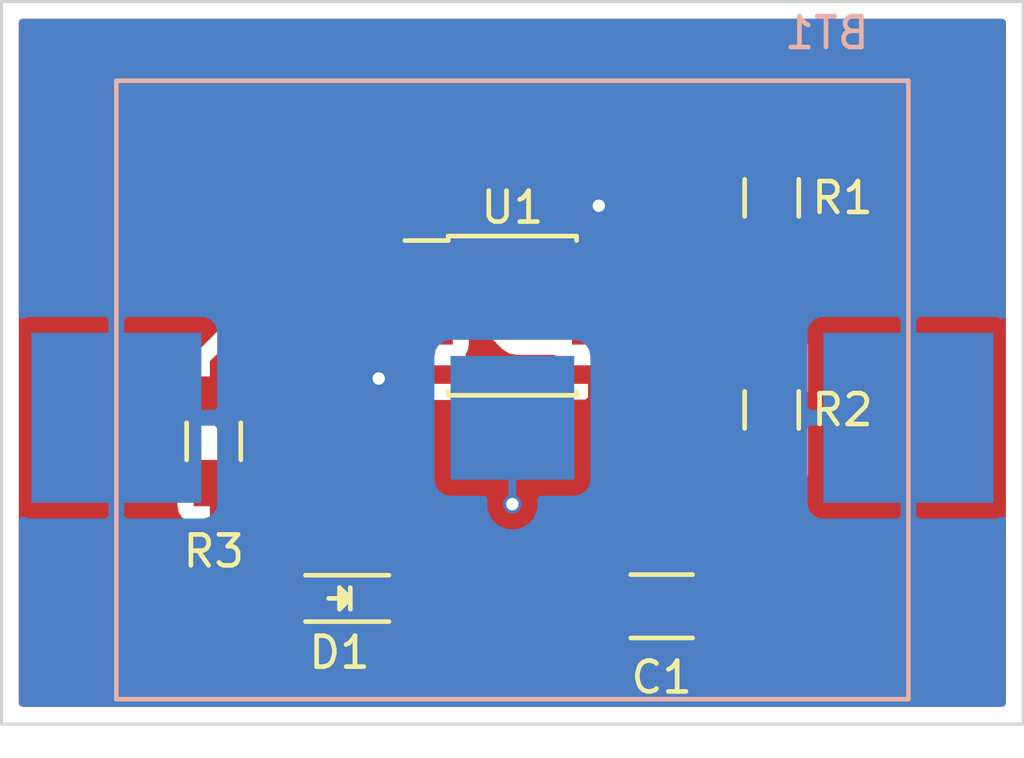
<source format=kicad_pcb>
(kicad_pcb (version 4) (host pcbnew 4.0.2-stable)

  (general
    (links 15)
    (no_connects 0)
    (area 130.505999 92.855 163.626001 117.561)
    (thickness 1.6)
    (drawings 4)
    (tracks 32)
    (zones 0)
    (modules 7)
    (nets 7)
  )

  (page A4)
  (layers
    (0 F.Cu signal)
    (31 B.Cu signal)
    (32 B.Adhes user)
    (33 F.Adhes user)
    (34 B.Paste user)
    (35 F.Paste user)
    (36 B.SilkS user)
    (37 F.SilkS user)
    (38 B.Mask user)
    (39 F.Mask user)
    (40 Dwgs.User user)
    (41 Cmts.User user)
    (42 Eco1.User user)
    (43 Eco2.User user)
    (44 Edge.Cuts user)
    (45 Margin user)
    (46 B.CrtYd user)
    (47 F.CrtYd user)
    (48 B.Fab user)
    (49 F.Fab user)
  )

  (setup
    (last_trace_width 0.25)
    (trace_clearance 0.2)
    (zone_clearance 0.508)
    (zone_45_only no)
    (trace_min 0.2)
    (segment_width 0.2)
    (edge_width 0.1)
    (via_size 0.6)
    (via_drill 0.4)
    (via_min_size 0.4)
    (via_min_drill 0.3)
    (uvia_size 0.3)
    (uvia_drill 0.1)
    (uvias_allowed no)
    (uvia_min_size 0.2)
    (uvia_min_drill 0.1)
    (pcb_text_width 0.3)
    (pcb_text_size 1.5 1.5)
    (mod_edge_width 0.15)
    (mod_text_size 1 1)
    (mod_text_width 0.15)
    (pad_size 1.5 1.5)
    (pad_drill 0.6)
    (pad_to_mask_clearance 0)
    (aux_axis_origin 0 0)
    (visible_elements FFFEFF7F)
    (pcbplotparams
      (layerselection 0x010f0_80000001)
      (usegerberextensions false)
      (excludeedgelayer true)
      (linewidth 0.100000)
      (plotframeref false)
      (viasonmask false)
      (mode 1)
      (useauxorigin false)
      (hpglpennumber 1)
      (hpglpenspeed 20)
      (hpglpendiameter 15)
      (hpglpenoverlay 2)
      (psnegative false)
      (psa4output false)
      (plotreference true)
      (plotvalue true)
      (plotinvisibletext false)
      (padsonsilk false)
      (subtractmaskfromsilk false)
      (outputformat 1)
      (mirror false)
      (drillshape 0)
      (scaleselection 1)
      (outputdirectory gerbers/))
  )

  (net 0 "")
  (net 1 GND)
  (net 2 /VDD)
  (net 3 "Net-(C1-Pad1)")
  (net 4 "Net-(D1-Pad2)")
  (net 5 "Net-(R1-Pad2)")
  (net 6 "Net-(R3-Pad1)")

  (net_class Default "This is the default net class."
    (clearance 0.2)
    (trace_width 0.25)
    (via_dia 0.6)
    (via_drill 0.4)
    (uvia_dia 0.3)
    (uvia_drill 0.1)
    (add_net /VDD)
    (add_net GND)
    (add_net "Net-(C1-Pad1)")
    (add_net "Net-(D1-Pad2)")
    (add_net "Net-(R1-Pad2)")
    (add_net "Net-(R3-Pad1)")
  )

  (module gtb:S8211R (layer B.Cu) (tedit 574BCDF6) (tstamp 574BCEEA)
    (at 147.066 106.426)
    (path /57369C3A)
    (fp_text reference BT1 (at 10.16 -12.446) (layer B.SilkS)
      (effects (font (size 1 1) (thickness 0.15)) (justify mirror))
    )
    (fp_text value Battery (at -9.398 10.16) (layer B.Fab)
      (effects (font (size 1 1) (thickness 0.15)) (justify mirror))
    )
    (fp_line (start 12.8 -10.9) (end -12.8 -10.9) (layer B.SilkS) (width 0.15))
    (fp_line (start -12.8 -10.9) (end -12.8 9.1) (layer B.SilkS) (width 0.15))
    (fp_line (start -12.8 9.1) (end 12.8 9.1) (layer B.SilkS) (width 0.15))
    (fp_line (start 12.8 9.1) (end 12.8 -10.9) (layer B.SilkS) (width 0.15))
    (pad 2 smd rect (at 0 0) (size 4 4) (layers B.Cu B.Paste B.Mask)
      (net 1 GND))
    (pad 1 smd rect (at -12.8 0) (size 5.5 5.5) (layers B.Cu B.Paste B.Mask)
      (net 2 /VDD))
    (pad 1 smd rect (at 12.8 0) (size 5.5 5.5) (layers B.Cu B.Paste B.Mask)
      (net 2 /VDD))
  )

  (module Capacitors_SMD:C_1206_HandSoldering (layer F.Cu) (tedit 541A9C03) (tstamp 574BCEF0)
    (at 151.892 112.522 180)
    (descr "Capacitor SMD 1206, hand soldering")
    (tags "capacitor 1206")
    (path /573692F3)
    (attr smd)
    (fp_text reference C1 (at 0 -2.3 180) (layer F.SilkS)
      (effects (font (size 1 1) (thickness 0.15)))
    )
    (fp_text value 1uF (at 0 2.3 180) (layer F.Fab)
      (effects (font (size 1 1) (thickness 0.15)))
    )
    (fp_line (start -3.3 -1.15) (end 3.3 -1.15) (layer F.CrtYd) (width 0.05))
    (fp_line (start -3.3 1.15) (end 3.3 1.15) (layer F.CrtYd) (width 0.05))
    (fp_line (start -3.3 -1.15) (end -3.3 1.15) (layer F.CrtYd) (width 0.05))
    (fp_line (start 3.3 -1.15) (end 3.3 1.15) (layer F.CrtYd) (width 0.05))
    (fp_line (start 1 -1.025) (end -1 -1.025) (layer F.SilkS) (width 0.15))
    (fp_line (start -1 1.025) (end 1 1.025) (layer F.SilkS) (width 0.15))
    (pad 1 smd rect (at -2 0 180) (size 2 1.6) (layers F.Cu F.Paste F.Mask)
      (net 3 "Net-(C1-Pad1)"))
    (pad 2 smd rect (at 2 0 180) (size 2 1.6) (layers F.Cu F.Paste F.Mask)
      (net 1 GND))
    (model Capacitors_SMD.3dshapes/C_1206_HandSoldering.wrl
      (at (xyz 0 0 0))
      (scale (xyz 1 1 1))
      (rotate (xyz 0 0 0))
    )
  )

  (module LEDs:LED_0805 (layer F.Cu) (tedit 55BDE1C2) (tstamp 574BCEF6)
    (at 141.478 112.268 180)
    (descr "LED 0805 smd package")
    (tags "LED 0805 SMD")
    (path /57369386)
    (attr smd)
    (fp_text reference D1 (at 0 -1.75 180) (layer F.SilkS)
      (effects (font (size 1 1) (thickness 0.15)))
    )
    (fp_text value LED (at 0 1.75 180) (layer F.Fab)
      (effects (font (size 1 1) (thickness 0.15)))
    )
    (fp_line (start -1.6 0.75) (end 1.1 0.75) (layer F.SilkS) (width 0.15))
    (fp_line (start -1.6 -0.75) (end 1.1 -0.75) (layer F.SilkS) (width 0.15))
    (fp_line (start -0.1 0.15) (end -0.1 -0.1) (layer F.SilkS) (width 0.15))
    (fp_line (start -0.1 -0.1) (end -0.25 0.05) (layer F.SilkS) (width 0.15))
    (fp_line (start -0.35 -0.35) (end -0.35 0.35) (layer F.SilkS) (width 0.15))
    (fp_line (start 0 0) (end 0.35 0) (layer F.SilkS) (width 0.15))
    (fp_line (start -0.35 0) (end 0 -0.35) (layer F.SilkS) (width 0.15))
    (fp_line (start 0 -0.35) (end 0 0.35) (layer F.SilkS) (width 0.15))
    (fp_line (start 0 0.35) (end -0.35 0) (layer F.SilkS) (width 0.15))
    (fp_line (start 1.9 -0.95) (end 1.9 0.95) (layer F.CrtYd) (width 0.05))
    (fp_line (start 1.9 0.95) (end -1.9 0.95) (layer F.CrtYd) (width 0.05))
    (fp_line (start -1.9 0.95) (end -1.9 -0.95) (layer F.CrtYd) (width 0.05))
    (fp_line (start -1.9 -0.95) (end 1.9 -0.95) (layer F.CrtYd) (width 0.05))
    (pad 2 smd rect (at 1.04902 0) (size 1.19888 1.19888) (layers F.Cu F.Paste F.Mask)
      (net 4 "Net-(D1-Pad2)"))
    (pad 1 smd rect (at -1.04902 0) (size 1.19888 1.19888) (layers F.Cu F.Paste F.Mask)
      (net 1 GND))
    (model LEDs.3dshapes/LED_0805.wrl
      (at (xyz 0 0 0))
      (scale (xyz 1 1 1))
      (rotate (xyz 0 0 0))
    )
  )

  (module Resistors_SMD:R_0805_HandSoldering (layer F.Cu) (tedit 574C340C) (tstamp 574BCEFC)
    (at 155.448 99.314 270)
    (descr "Resistor SMD 0805, hand soldering")
    (tags "resistor 0805")
    (path /5736922B)
    (attr smd)
    (fp_text reference R1 (at 0 -2.286 360) (layer F.SilkS)
      (effects (font (size 1 1) (thickness 0.15)))
    )
    (fp_text value 1K (at 0 2.1 270) (layer F.Fab)
      (effects (font (size 1 1) (thickness 0.15)))
    )
    (fp_line (start -2.4 -1) (end 2.4 -1) (layer F.CrtYd) (width 0.05))
    (fp_line (start -2.4 1) (end 2.4 1) (layer F.CrtYd) (width 0.05))
    (fp_line (start -2.4 -1) (end -2.4 1) (layer F.CrtYd) (width 0.05))
    (fp_line (start 2.4 -1) (end 2.4 1) (layer F.CrtYd) (width 0.05))
    (fp_line (start 0.6 0.875) (end -0.6 0.875) (layer F.SilkS) (width 0.15))
    (fp_line (start -0.6 -0.875) (end 0.6 -0.875) (layer F.SilkS) (width 0.15))
    (pad 1 smd rect (at -1.35 0 270) (size 1.5 1.3) (layers F.Cu F.Paste F.Mask)
      (net 2 /VDD))
    (pad 2 smd rect (at 1.35 0 270) (size 1.5 1.3) (layers F.Cu F.Paste F.Mask)
      (net 5 "Net-(R1-Pad2)"))
    (model Resistors_SMD.3dshapes/R_0805_HandSoldering.wrl
      (at (xyz 0 0 0))
      (scale (xyz 1 1 1))
      (rotate (xyz 0 0 0))
    )
  )

  (module Resistors_SMD:R_0805_HandSoldering (layer F.Cu) (tedit 574C3441) (tstamp 574BCF02)
    (at 155.448 106.172 270)
    (descr "Resistor SMD 0805, hand soldering")
    (tags "resistor 0805")
    (path /573691EB)
    (attr smd)
    (fp_text reference R2 (at 0 -2.286 360) (layer F.SilkS)
      (effects (font (size 1 1) (thickness 0.15)))
    )
    (fp_text value 470K (at 0 2.1 270) (layer F.Fab)
      (effects (font (size 1 1) (thickness 0.15)))
    )
    (fp_line (start -2.4 -1) (end 2.4 -1) (layer F.CrtYd) (width 0.05))
    (fp_line (start -2.4 1) (end 2.4 1) (layer F.CrtYd) (width 0.05))
    (fp_line (start -2.4 -1) (end -2.4 1) (layer F.CrtYd) (width 0.05))
    (fp_line (start 2.4 -1) (end 2.4 1) (layer F.CrtYd) (width 0.05))
    (fp_line (start 0.6 0.875) (end -0.6 0.875) (layer F.SilkS) (width 0.15))
    (fp_line (start -0.6 -0.875) (end 0.6 -0.875) (layer F.SilkS) (width 0.15))
    (pad 1 smd rect (at -1.35 0 270) (size 1.5 1.3) (layers F.Cu F.Paste F.Mask)
      (net 5 "Net-(R1-Pad2)"))
    (pad 2 smd rect (at 1.35 0 270) (size 1.5 1.3) (layers F.Cu F.Paste F.Mask)
      (net 3 "Net-(C1-Pad1)"))
    (model Resistors_SMD.3dshapes/R_0805_HandSoldering.wrl
      (at (xyz 0 0 0))
      (scale (xyz 1 1 1))
      (rotate (xyz 0 0 0))
    )
  )

  (module Resistors_SMD:R_0805_HandSoldering (layer F.Cu) (tedit 574C3403) (tstamp 574BCF08)
    (at 137.414 107.188 270)
    (descr "Resistor SMD 0805, hand soldering")
    (tags "resistor 0805")
    (path /573691BB)
    (attr smd)
    (fp_text reference R3 (at 3.556 0 360) (layer F.SilkS)
      (effects (font (size 1 1) (thickness 0.15)))
    )
    (fp_text value 1K (at 0 2.1 270) (layer F.Fab)
      (effects (font (size 1 1) (thickness 0.15)))
    )
    (fp_line (start -2.4 -1) (end 2.4 -1) (layer F.CrtYd) (width 0.05))
    (fp_line (start -2.4 1) (end 2.4 1) (layer F.CrtYd) (width 0.05))
    (fp_line (start -2.4 -1) (end -2.4 1) (layer F.CrtYd) (width 0.05))
    (fp_line (start 2.4 -1) (end 2.4 1) (layer F.CrtYd) (width 0.05))
    (fp_line (start 0.6 0.875) (end -0.6 0.875) (layer F.SilkS) (width 0.15))
    (fp_line (start -0.6 -0.875) (end 0.6 -0.875) (layer F.SilkS) (width 0.15))
    (pad 1 smd rect (at -1.35 0 270) (size 1.5 1.3) (layers F.Cu F.Paste F.Mask)
      (net 6 "Net-(R3-Pad1)"))
    (pad 2 smd rect (at 1.35 0 270) (size 1.5 1.3) (layers F.Cu F.Paste F.Mask)
      (net 4 "Net-(D1-Pad2)"))
    (model Resistors_SMD.3dshapes/R_0805_HandSoldering.wrl
      (at (xyz 0 0 0))
      (scale (xyz 1 1 1))
      (rotate (xyz 0 0 0))
    )
  )

  (module Housings_SOIC:SOIC-8_3.9x4.9mm_Pitch1.27mm (layer F.Cu) (tedit 54130A77) (tstamp 574BCF14)
    (at 147.066 103.124)
    (descr "8-Lead Plastic Small Outline (SN) - Narrow, 3.90 mm Body [SOIC] (see Microchip Packaging Specification 00000049BS.pdf)")
    (tags "SOIC 1.27")
    (path /5735840D)
    (attr smd)
    (fp_text reference U1 (at 0 -3.5) (layer F.SilkS)
      (effects (font (size 1 1) (thickness 0.15)))
    )
    (fp_text value 7555 (at 0 3.5) (layer F.Fab)
      (effects (font (size 1 1) (thickness 0.15)))
    )
    (fp_line (start -3.75 -2.75) (end -3.75 2.75) (layer F.CrtYd) (width 0.05))
    (fp_line (start 3.75 -2.75) (end 3.75 2.75) (layer F.CrtYd) (width 0.05))
    (fp_line (start -3.75 -2.75) (end 3.75 -2.75) (layer F.CrtYd) (width 0.05))
    (fp_line (start -3.75 2.75) (end 3.75 2.75) (layer F.CrtYd) (width 0.05))
    (fp_line (start -2.075 -2.575) (end -2.075 -2.43) (layer F.SilkS) (width 0.15))
    (fp_line (start 2.075 -2.575) (end 2.075 -2.43) (layer F.SilkS) (width 0.15))
    (fp_line (start 2.075 2.575) (end 2.075 2.43) (layer F.SilkS) (width 0.15))
    (fp_line (start -2.075 2.575) (end -2.075 2.43) (layer F.SilkS) (width 0.15))
    (fp_line (start -2.075 -2.575) (end 2.075 -2.575) (layer F.SilkS) (width 0.15))
    (fp_line (start -2.075 2.575) (end 2.075 2.575) (layer F.SilkS) (width 0.15))
    (fp_line (start -2.075 -2.43) (end -3.475 -2.43) (layer F.SilkS) (width 0.15))
    (pad 1 smd rect (at -2.7 -1.905) (size 1.55 0.6) (layers F.Cu F.Paste F.Mask)
      (net 1 GND))
    (pad 2 smd rect (at -2.7 -0.635) (size 1.55 0.6) (layers F.Cu F.Paste F.Mask)
      (net 3 "Net-(C1-Pad1)"))
    (pad 3 smd rect (at -2.7 0.635) (size 1.55 0.6) (layers F.Cu F.Paste F.Mask)
      (net 6 "Net-(R3-Pad1)"))
    (pad 4 smd rect (at -2.7 1.905) (size 1.55 0.6) (layers F.Cu F.Paste F.Mask)
      (net 2 /VDD))
    (pad 5 smd rect (at 2.7 1.905) (size 1.55 0.6) (layers F.Cu F.Paste F.Mask)
      (net 1 GND))
    (pad 6 smd rect (at 2.7 0.635) (size 1.55 0.6) (layers F.Cu F.Paste F.Mask)
      (net 3 "Net-(C1-Pad1)"))
    (pad 7 smd rect (at 2.7 -0.635) (size 1.55 0.6) (layers F.Cu F.Paste F.Mask)
      (net 5 "Net-(R1-Pad2)"))
    (pad 8 smd rect (at 2.7 -1.905) (size 1.55 0.6) (layers F.Cu F.Paste F.Mask)
      (net 2 /VDD))
    (model Housings_SOIC.3dshapes/SOIC-8_3.9x4.9mm_Pitch1.27mm.wrl
      (at (xyz 0 0 0))
      (scale (xyz 1 1 1))
      (rotate (xyz 0 0 0))
    )
  )

  (gr_line (start 130.556 116.332) (end 163.576 116.332) (angle 90) (layer Edge.Cuts) (width 0.1))
  (gr_line (start 163.576 92.964) (end 163.576 116.332) (angle 90) (layer Edge.Cuts) (width 0.1))
  (gr_line (start 130.556 92.964) (end 163.576 92.964) (angle 90) (layer Edge.Cuts) (width 0.1))
  (gr_line (start 130.556 116.332) (end 130.556 92.964) (angle 90) (layer Edge.Cuts) (width 0.1))

  (segment (start 147.066 106.426) (end 147.066 109.22) (width 0.25) (layer B.Cu) (net 1))
  (via (at 147.066 109.22) (size 0.6) (drill 0.4) (layers F.Cu B.Cu) (net 1))
  (via (at 142.748 105.156) (size 0.6) (drill 0.4) (layers F.Cu B.Cu) (net 2))
  (segment (start 142.875 105.029) (end 142.748 105.156) (width 0.25) (layer F.Cu) (net 2) (tstamp 574C33C8))
  (segment (start 144.366 105.029) (end 142.875 105.029) (width 0.25) (layer F.Cu) (net 2))
  (via (at 149.86 99.568) (size 0.6) (drill 0.4) (layers F.Cu B.Cu) (net 2))
  (segment (start 149.766 99.662) (end 149.86 99.568) (width 0.25) (layer F.Cu) (net 2) (tstamp 574C337B))
  (segment (start 149.766 101.219) (end 149.766 99.662) (width 0.25) (layer F.Cu) (net 2))
  (segment (start 149.766 101.219) (end 150.749 101.219) (width 0.25) (layer F.Cu) (net 2))
  (segment (start 154.004 97.964) (end 155.448 97.964) (width 0.25) (layer F.Cu) (net 2) (tstamp 574C3368))
  (segment (start 150.749 101.219) (end 154.004 97.964) (width 0.25) (layer F.Cu) (net 2) (tstamp 574C3361))
  (segment (start 149.766 103.759) (end 151.511 103.759) (width 0.25) (layer F.Cu) (net 3))
  (segment (start 153.496 107.522) (end 155.448 107.522) (width 0.25) (layer F.Cu) (net 3) (tstamp 574C32A2))
  (segment (start 152.908 106.934) (end 153.496 107.522) (width 0.25) (layer F.Cu) (net 3) (tstamp 574C329F))
  (segment (start 152.908 105.156) (end 152.908 106.934) (width 0.25) (layer F.Cu) (net 3) (tstamp 574C329B))
  (segment (start 151.511 103.759) (end 152.908 105.156) (width 0.25) (layer F.Cu) (net 3) (tstamp 574C3299))
  (segment (start 155.448 107.522) (end 155.448 110.236) (width 0.25) (layer F.Cu) (net 3))
  (segment (start 155.448 110.236) (end 153.892 111.792) (width 0.25) (layer F.Cu) (net 3) (tstamp 574C321C))
  (segment (start 153.892 111.792) (end 153.892 112.522) (width 0.25) (layer F.Cu) (net 3) (tstamp 574C321D))
  (segment (start 147.193 103.759) (end 149.766 103.759) (width 0.25) (layer F.Cu) (net 3) (tstamp 574C3211))
  (segment (start 145.923 102.489) (end 147.193 103.759) (width 0.25) (layer F.Cu) (net 3) (tstamp 574C3210))
  (segment (start 144.366 102.489) (end 145.923 102.489) (width 0.25) (layer F.Cu) (net 3))
  (segment (start 137.414 108.538) (end 137.414 110.998) (width 0.25) (layer F.Cu) (net 4))
  (segment (start 138.684 112.268) (end 140.42898 112.268) (width 0.25) (layer F.Cu) (net 4) (tstamp 574C3221))
  (segment (start 137.414 110.998) (end 138.684 112.268) (width 0.25) (layer F.Cu) (net 4) (tstamp 574C3220))
  (segment (start 155.448 100.664) (end 155.448 104.822) (width 0.25) (layer F.Cu) (net 5))
  (segment (start 149.766 102.489) (end 152.273 102.489) (width 0.25) (layer F.Cu) (net 5))
  (segment (start 154.098 100.664) (end 155.448 100.664) (width 0.25) (layer F.Cu) (net 5) (tstamp 574C3216))
  (segment (start 152.273 102.489) (end 154.098 100.664) (width 0.25) (layer F.Cu) (net 5) (tstamp 574C3215))
  (segment (start 137.414 105.838) (end 137.414 104.648) (width 0.25) (layer F.Cu) (net 6))
  (segment (start 138.303 103.759) (end 144.366 103.759) (width 0.25) (layer F.Cu) (net 6) (tstamp 574C3226))
  (segment (start 137.414 104.648) (end 138.303 103.759) (width 0.25) (layer F.Cu) (net 6) (tstamp 574C3225))

  (zone (net 1) (net_name GND) (layer F.Cu) (tstamp 574C322B) (hatch edge 0.508)
    (connect_pads (clearance 0.508))
    (min_thickness 0.254)
    (fill yes (arc_segments 16) (thermal_gap 0.508) (thermal_bridge_width 0.508))
    (polygon
      (pts
        (xy 163.576 116.332) (xy 130.556 116.332) (xy 130.556 92.964) (xy 163.576 92.964) (xy 163.576 116.332)
      )
    )
    (filled_polygon
      (pts
        (xy 162.891 115.647) (xy 131.241 115.647) (xy 131.241 105.088) (xy 136.11656 105.088) (xy 136.11656 106.588)
        (xy 136.160838 106.823317) (xy 136.29991 107.039441) (xy 136.51211 107.184431) (xy 136.525197 107.187081) (xy 136.312559 107.32391)
        (xy 136.167569 107.53611) (xy 136.11656 107.788) (xy 136.11656 109.288) (xy 136.160838 109.523317) (xy 136.29991 109.739441)
        (xy 136.51211 109.884431) (xy 136.654 109.913164) (xy 136.654 110.998) (xy 136.711852 111.288839) (xy 136.876599 111.535401)
        (xy 138.146599 112.805401) (xy 138.39316 112.970148) (xy 138.684 113.028) (xy 139.212311 113.028) (xy 139.226378 113.102757)
        (xy 139.36545 113.318881) (xy 139.57765 113.463871) (xy 139.82954 113.51488) (xy 141.02842 113.51488) (xy 141.263737 113.470602)
        (xy 141.479861 113.33153) (xy 141.485456 113.323341) (xy 141.567882 113.405767) (xy 141.801271 113.50244) (xy 142.24127 113.50244)
        (xy 142.40002 113.34369) (xy 142.40002 112.395) (xy 142.65402 112.395) (xy 142.65402 113.34369) (xy 142.81277 113.50244)
        (xy 143.252769 113.50244) (xy 143.486158 113.405767) (xy 143.664787 113.227139) (xy 143.76146 112.99375) (xy 143.76146 112.80775)
        (xy 148.257 112.80775) (xy 148.257 113.44831) (xy 148.353673 113.681699) (xy 148.532302 113.860327) (xy 148.765691 113.957)
        (xy 149.60625 113.957) (xy 149.765 113.79825) (xy 149.765 112.649) (xy 150.019 112.649) (xy 150.019 113.79825)
        (xy 150.17775 113.957) (xy 151.018309 113.957) (xy 151.251698 113.860327) (xy 151.430327 113.681699) (xy 151.527 113.44831)
        (xy 151.527 112.80775) (xy 151.36825 112.649) (xy 150.019 112.649) (xy 149.765 112.649) (xy 148.41575 112.649)
        (xy 148.257 112.80775) (xy 143.76146 112.80775) (xy 143.76146 112.55375) (xy 143.60271 112.395) (xy 142.65402 112.395)
        (xy 142.40002 112.395) (xy 142.38002 112.395) (xy 142.38002 112.141) (xy 142.40002 112.141) (xy 142.40002 111.19231)
        (xy 142.65402 111.19231) (xy 142.65402 112.141) (xy 143.60271 112.141) (xy 143.76146 111.98225) (xy 143.76146 111.59569)
        (xy 148.257 111.59569) (xy 148.257 112.23625) (xy 148.41575 112.395) (xy 149.765 112.395) (xy 149.765 111.24575)
        (xy 150.019 111.24575) (xy 150.019 112.395) (xy 151.36825 112.395) (xy 151.527 112.23625) (xy 151.527 111.59569)
        (xy 151.430327 111.362301) (xy 151.251698 111.183673) (xy 151.018309 111.087) (xy 150.17775 111.087) (xy 150.019 111.24575)
        (xy 149.765 111.24575) (xy 149.60625 111.087) (xy 148.765691 111.087) (xy 148.532302 111.183673) (xy 148.353673 111.362301)
        (xy 148.257 111.59569) (xy 143.76146 111.59569) (xy 143.76146 111.54225) (xy 143.664787 111.308861) (xy 143.486158 111.130233)
        (xy 143.252769 111.03356) (xy 142.81277 111.03356) (xy 142.65402 111.19231) (xy 142.40002 111.19231) (xy 142.24127 111.03356)
        (xy 141.801271 111.03356) (xy 141.567882 111.130233) (xy 141.485669 111.212445) (xy 141.28031 111.072129) (xy 141.02842 111.02112)
        (xy 139.82954 111.02112) (xy 139.594223 111.065398) (xy 139.378099 111.20447) (xy 139.233109 111.41667) (xy 139.214614 111.508)
        (xy 138.998802 111.508) (xy 138.174 110.683198) (xy 138.174 109.914742) (xy 138.299317 109.891162) (xy 138.515441 109.75209)
        (xy 138.660431 109.53989) (xy 138.71144 109.288) (xy 138.71144 107.788) (xy 138.667162 107.552683) (xy 138.52809 107.336559)
        (xy 138.31589 107.191569) (xy 138.302803 107.188919) (xy 138.515441 107.05209) (xy 138.660431 106.83989) (xy 138.71144 106.588)
        (xy 138.71144 105.088) (xy 138.667162 104.852683) (xy 138.52809 104.636559) (xy 138.511547 104.625255) (xy 138.617802 104.519)
        (xy 142.062667 104.519) (xy 141.955808 104.625673) (xy 141.813162 104.969201) (xy 141.812838 105.341167) (xy 141.954883 105.684943)
        (xy 142.217673 105.948192) (xy 142.561201 106.090838) (xy 142.933167 106.091162) (xy 143.276943 105.949117) (xy 143.31629 105.909839)
        (xy 143.33911 105.925431) (xy 143.591 105.97644) (xy 145.141 105.97644) (xy 145.376317 105.932162) (xy 145.592441 105.79309)
        (xy 145.737431 105.58089) (xy 145.78844 105.329) (xy 145.78844 105.31475) (xy 148.356 105.31475) (xy 148.356 105.45531)
        (xy 148.452673 105.688699) (xy 148.631302 105.867327) (xy 148.864691 105.964) (xy 149.48025 105.964) (xy 149.639 105.80525)
        (xy 149.639 105.156) (xy 149.893 105.156) (xy 149.893 105.80525) (xy 150.05175 105.964) (xy 150.667309 105.964)
        (xy 150.900698 105.867327) (xy 151.079327 105.688699) (xy 151.176 105.45531) (xy 151.176 105.31475) (xy 151.01725 105.156)
        (xy 149.893 105.156) (xy 149.639 105.156) (xy 148.51475 105.156) (xy 148.356 105.31475) (xy 145.78844 105.31475)
        (xy 145.78844 104.729) (xy 145.744162 104.493683) (xy 145.680322 104.394472) (xy 145.737431 104.31089) (xy 145.78844 104.059)
        (xy 145.78844 103.459) (xy 145.781543 103.422345) (xy 146.655599 104.296401) (xy 146.90216 104.461148) (xy 147.193 104.519)
        (xy 148.390666 104.519) (xy 148.356 104.60269) (xy 148.356 104.74325) (xy 148.51475 104.902) (xy 149.639 104.902)
        (xy 149.639 104.882) (xy 149.893 104.882) (xy 149.893 104.902) (xy 151.01725 104.902) (xy 151.176 104.74325)
        (xy 151.176 104.60269) (xy 151.141334 104.519) (xy 151.196198 104.519) (xy 152.148 105.470802) (xy 152.148 106.934)
        (xy 152.205852 107.224839) (xy 152.370599 107.471401) (xy 152.958599 108.059401) (xy 153.205161 108.224148) (xy 153.496 108.282)
        (xy 154.152442 108.282) (xy 154.194838 108.507317) (xy 154.33391 108.723441) (xy 154.54611 108.868431) (xy 154.688 108.897164)
        (xy 154.688 109.921198) (xy 153.534638 111.07456) (xy 152.892 111.07456) (xy 152.656683 111.118838) (xy 152.440559 111.25791)
        (xy 152.295569 111.47011) (xy 152.24456 111.722) (xy 152.24456 113.322) (xy 152.288838 113.557317) (xy 152.42791 113.773441)
        (xy 152.64011 113.918431) (xy 152.892 113.96944) (xy 154.892 113.96944) (xy 155.127317 113.925162) (xy 155.343441 113.78609)
        (xy 155.488431 113.57389) (xy 155.53944 113.322) (xy 155.53944 111.722) (xy 155.495162 111.486683) (xy 155.407833 111.350969)
        (xy 155.985401 110.773401) (xy 156.150148 110.52684) (xy 156.208 110.236) (xy 156.208 108.898742) (xy 156.333317 108.875162)
        (xy 156.549441 108.73609) (xy 156.694431 108.52389) (xy 156.74544 108.272) (xy 156.74544 106.772) (xy 156.701162 106.536683)
        (xy 156.56209 106.320559) (xy 156.34989 106.175569) (xy 156.336803 106.172919) (xy 156.549441 106.03609) (xy 156.694431 105.82389)
        (xy 156.74544 105.572) (xy 156.74544 104.072) (xy 156.701162 103.836683) (xy 156.56209 103.620559) (xy 156.34989 103.475569)
        (xy 156.208 103.446836) (xy 156.208 102.040742) (xy 156.333317 102.017162) (xy 156.549441 101.87809) (xy 156.694431 101.66589)
        (xy 156.74544 101.414) (xy 156.74544 99.914) (xy 156.701162 99.678683) (xy 156.56209 99.462559) (xy 156.34989 99.317569)
        (xy 156.336803 99.314919) (xy 156.549441 99.17809) (xy 156.694431 98.96589) (xy 156.74544 98.714) (xy 156.74544 97.214)
        (xy 156.701162 96.978683) (xy 156.56209 96.762559) (xy 156.34989 96.617569) (xy 156.098 96.56656) (xy 154.798 96.56656)
        (xy 154.562683 96.610838) (xy 154.346559 96.74991) (xy 154.201569 96.96211) (xy 154.152585 97.204) (xy 154.004 97.204)
        (xy 153.713161 97.261852) (xy 153.466599 97.426599) (xy 150.608058 100.28514) (xy 150.541 100.27156) (xy 150.526 100.27156)
        (xy 150.526 100.224299) (xy 150.652192 100.098327) (xy 150.794838 99.754799) (xy 150.795162 99.382833) (xy 150.653117 99.039057)
        (xy 150.390327 98.775808) (xy 150.046799 98.633162) (xy 149.674833 98.632838) (xy 149.331057 98.774883) (xy 149.067808 99.037673)
        (xy 148.925162 99.381201) (xy 148.924838 99.753167) (xy 149.006 99.949595) (xy 149.006 100.27156) (xy 148.991 100.27156)
        (xy 148.755683 100.315838) (xy 148.539559 100.45491) (xy 148.394569 100.66711) (xy 148.34356 100.919) (xy 148.34356 101.519)
        (xy 148.387838 101.754317) (xy 148.451678 101.853528) (xy 148.394569 101.93711) (xy 148.34356 102.189) (xy 148.34356 102.789)
        (xy 148.383074 102.999) (xy 147.507802 102.999) (xy 146.460401 101.951599) (xy 146.213839 101.786852) (xy 145.923 101.729)
        (xy 145.741334 101.729) (xy 145.776 101.64531) (xy 145.776 101.50475) (xy 145.61725 101.346) (xy 144.493 101.346)
        (xy 144.493 101.366) (xy 144.239 101.366) (xy 144.239 101.346) (xy 143.11475 101.346) (xy 142.956 101.50475)
        (xy 142.956 101.64531) (xy 143.045806 101.862122) (xy 142.994569 101.93711) (xy 142.94356 102.189) (xy 142.94356 102.789)
        (xy 142.983074 102.999) (xy 138.303 102.999) (xy 138.012161 103.056852) (xy 137.765599 103.221599) (xy 136.876599 104.110599)
        (xy 136.711852 104.357161) (xy 136.69259 104.453997) (xy 136.528683 104.484838) (xy 136.312559 104.62391) (xy 136.167569 104.83611)
        (xy 136.11656 105.088) (xy 131.241 105.088) (xy 131.241 100.79269) (xy 142.956 100.79269) (xy 142.956 100.93325)
        (xy 143.11475 101.092) (xy 144.239 101.092) (xy 144.239 100.44275) (xy 144.493 100.44275) (xy 144.493 101.092)
        (xy 145.61725 101.092) (xy 145.776 100.93325) (xy 145.776 100.79269) (xy 145.679327 100.559301) (xy 145.500698 100.380673)
        (xy 145.267309 100.284) (xy 144.65175 100.284) (xy 144.493 100.44275) (xy 144.239 100.44275) (xy 144.08025 100.284)
        (xy 143.464691 100.284) (xy 143.231302 100.380673) (xy 143.052673 100.559301) (xy 142.956 100.79269) (xy 131.241 100.79269)
        (xy 131.241 93.649) (xy 162.891 93.649)
      )
    )
  )
  (zone (net 2) (net_name /VDD) (layer B.Cu) (tstamp 574C32C5) (hatch edge 0.508)
    (connect_pads (clearance 0.508))
    (min_thickness 0.254)
    (fill yes (arc_segments 16) (thermal_gap 0.508) (thermal_bridge_width 0.508))
    (polygon
      (pts
        (xy 163.576 116.332) (xy 130.556 116.332) (xy 130.556 92.964) (xy 163.576 92.964) (xy 163.576 116.332)
      )
    )
    (filled_polygon
      (pts
        (xy 162.891 103.10259) (xy 162.742309 103.041) (xy 160.15175 103.041) (xy 159.993 103.19975) (xy 159.993 106.299)
        (xy 160.013 106.299) (xy 160.013 106.553) (xy 159.993 106.553) (xy 159.993 109.65225) (xy 160.15175 109.811)
        (xy 162.742309 109.811) (xy 162.891 109.74941) (xy 162.891 115.647) (xy 131.241 115.647) (xy 131.241 109.74941)
        (xy 131.389691 109.811) (xy 133.98025 109.811) (xy 134.139 109.65225) (xy 134.139 106.553) (xy 134.393 106.553)
        (xy 134.393 109.65225) (xy 134.55175 109.811) (xy 137.142309 109.811) (xy 137.375698 109.714327) (xy 137.554327 109.535699)
        (xy 137.651 109.30231) (xy 137.651 106.71175) (xy 137.49225 106.553) (xy 134.393 106.553) (xy 134.139 106.553)
        (xy 134.119 106.553) (xy 134.119 106.299) (xy 134.139 106.299) (xy 134.139 103.19975) (xy 134.393 103.19975)
        (xy 134.393 106.299) (xy 137.49225 106.299) (xy 137.651 106.14025) (xy 137.651 104.426) (xy 144.41856 104.426)
        (xy 144.41856 108.426) (xy 144.462838 108.661317) (xy 144.60191 108.877441) (xy 144.81411 109.022431) (xy 145.066 109.07344)
        (xy 146.131127 109.07344) (xy 146.130838 109.405167) (xy 146.272883 109.748943) (xy 146.535673 110.012192) (xy 146.879201 110.154838)
        (xy 147.251167 110.155162) (xy 147.594943 110.013117) (xy 147.858192 109.750327) (xy 148.000838 109.406799) (xy 148.001128 109.07344)
        (xy 149.066 109.07344) (xy 149.301317 109.029162) (xy 149.517441 108.89009) (xy 149.662431 108.67789) (xy 149.71344 108.426)
        (xy 149.71344 106.71175) (xy 156.481 106.71175) (xy 156.481 109.30231) (xy 156.577673 109.535699) (xy 156.756302 109.714327)
        (xy 156.989691 109.811) (xy 159.58025 109.811) (xy 159.739 109.65225) (xy 159.739 106.553) (xy 156.63975 106.553)
        (xy 156.481 106.71175) (xy 149.71344 106.71175) (xy 149.71344 104.426) (xy 149.669162 104.190683) (xy 149.53009 103.974559)
        (xy 149.31789 103.829569) (xy 149.066 103.77856) (xy 145.066 103.77856) (xy 144.830683 103.822838) (xy 144.614559 103.96191)
        (xy 144.469569 104.17411) (xy 144.41856 104.426) (xy 137.651 104.426) (xy 137.651 103.54969) (xy 156.481 103.54969)
        (xy 156.481 106.14025) (xy 156.63975 106.299) (xy 159.739 106.299) (xy 159.739 103.19975) (xy 159.58025 103.041)
        (xy 156.989691 103.041) (xy 156.756302 103.137673) (xy 156.577673 103.316301) (xy 156.481 103.54969) (xy 137.651 103.54969)
        (xy 137.554327 103.316301) (xy 137.375698 103.137673) (xy 137.142309 103.041) (xy 134.55175 103.041) (xy 134.393 103.19975)
        (xy 134.139 103.19975) (xy 133.98025 103.041) (xy 131.389691 103.041) (xy 131.241 103.10259) (xy 131.241 93.649)
        (xy 162.891 93.649)
      )
    )
  )
)

</source>
